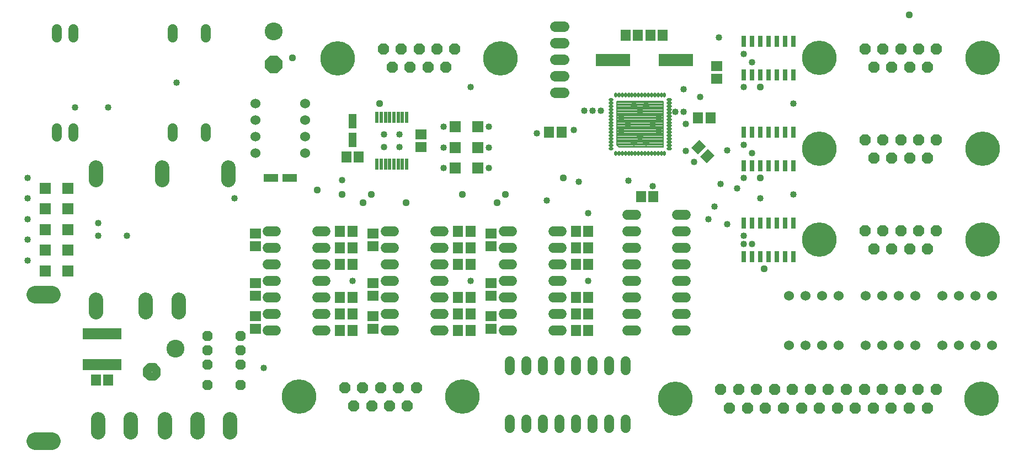
<source format=gts>
G75*
%MOIN*%
%OFA0B0*%
%FSLAX25Y25*%
%IPPOS*%
%LPD*%
%AMOC8*
5,1,8,0,0,1.08239X$1,22.5*
%
%ADD10R,0.23200X0.07100*%
%ADD11R,0.05918X0.06706*%
%ADD12C,0.10800*%
%ADD13C,0.02160*%
%ADD14C,0.08600*%
%ADD15R,0.06706X0.06706*%
%ADD16OC8,0.10800*%
%ADD17C,0.06000*%
%ADD18R,0.06706X0.05918*%
%ADD19R,0.02375X0.06706*%
%ADD20R,0.04737X0.08674*%
%ADD21OC8,0.06800*%
%ADD22C,0.20800*%
%ADD23C,0.01902*%
%ADD24C,0.00800*%
%ADD25C,0.06400*%
%ADD26R,0.20800X0.07800*%
%ADD27OC8,0.06146*%
%ADD28C,0.06000*%
%ADD29R,0.08674X0.04737*%
%ADD30C,0.10800*%
%ADD31R,0.03162X0.06706*%
%ADD32C,0.04000*%
%ADD33C,0.04400*%
D10*
X0221750Y0096200D03*
X0221750Y0114800D03*
D11*
X0218010Y0086750D03*
X0225490Y0086750D03*
X0365510Y0116750D03*
X0372990Y0116750D03*
X0372990Y0126750D03*
X0365510Y0126750D03*
X0365510Y0136750D03*
X0372990Y0136750D03*
X0372990Y0156750D03*
X0365510Y0156750D03*
X0365510Y0166750D03*
X0372990Y0166750D03*
X0372990Y0176750D03*
X0365510Y0176750D03*
X0436760Y0176750D03*
X0444240Y0176750D03*
X0444240Y0166750D03*
X0436760Y0166750D03*
X0436760Y0156750D03*
X0444240Y0156750D03*
X0444240Y0136750D03*
X0436760Y0136750D03*
X0436760Y0126750D03*
X0444240Y0126750D03*
X0444240Y0116750D03*
X0436760Y0116750D03*
X0508010Y0116750D03*
X0515490Y0116750D03*
X0515490Y0126750D03*
X0508010Y0126750D03*
X0508010Y0136750D03*
X0515490Y0136750D03*
X0515490Y0156750D03*
X0508010Y0156750D03*
X0508010Y0166750D03*
X0515490Y0166750D03*
X0515490Y0176750D03*
X0508010Y0176750D03*
X0547278Y0197750D03*
X0554758Y0197750D03*
G36*
X0587657Y0227071D02*
X0591842Y0222886D01*
X0587101Y0218145D01*
X0582916Y0222330D01*
X0587657Y0227071D01*
G37*
G36*
X0582368Y0232360D02*
X0586553Y0228175D01*
X0581812Y0223434D01*
X0577627Y0227619D01*
X0582368Y0232360D01*
G37*
X0581760Y0245700D03*
X0589240Y0245700D03*
X0499240Y0236750D03*
X0491760Y0236750D03*
X0376740Y0221750D03*
X0369260Y0221750D03*
X0538010Y0295500D03*
X0545490Y0295500D03*
X0553010Y0295500D03*
X0560490Y0295500D03*
D12*
X0325500Y0298000D03*
X0265955Y0105955D03*
D13*
X0248574Y0091104D02*
X0247494Y0090024D01*
X0247494Y0093602D01*
X0250024Y0096132D01*
X0253602Y0096132D01*
X0256132Y0093602D01*
X0256132Y0090024D01*
X0253602Y0087494D01*
X0250024Y0087494D01*
X0247494Y0090024D01*
X0249114Y0090695D01*
X0249114Y0092931D01*
X0250695Y0094512D01*
X0252931Y0094512D01*
X0254512Y0092931D01*
X0254512Y0090695D01*
X0252931Y0089114D01*
X0250695Y0089114D01*
X0249114Y0090695D01*
X0250734Y0091366D01*
X0250734Y0092260D01*
X0251366Y0092892D01*
X0252260Y0092892D01*
X0252892Y0092260D01*
X0252892Y0091366D01*
X0252260Y0090734D01*
X0251366Y0090734D01*
X0250734Y0091366D01*
D14*
X0259550Y0063150D02*
X0259550Y0055350D01*
X0279250Y0055350D02*
X0279250Y0063150D01*
X0298950Y0063150D02*
X0298950Y0055350D01*
X0239150Y0055350D02*
X0239150Y0063150D01*
X0219350Y0063150D02*
X0219350Y0055350D01*
X0218000Y0127850D02*
X0218000Y0135650D01*
X0248000Y0135650D02*
X0248000Y0127850D01*
X0268000Y0127850D02*
X0268000Y0135650D01*
X0258000Y0207850D02*
X0258000Y0215650D01*
X0218000Y0215650D02*
X0218000Y0207850D01*
X0298000Y0207850D02*
X0298000Y0215650D01*
D15*
X0201140Y0203000D03*
X0187360Y0203000D03*
X0187360Y0190500D03*
X0201140Y0190500D03*
X0201140Y0178000D03*
X0187360Y0178000D03*
X0187360Y0165500D03*
X0201140Y0165500D03*
X0201140Y0153000D03*
X0187360Y0153000D03*
X0434860Y0215125D03*
X0448640Y0215125D03*
X0448640Y0227625D03*
X0434860Y0227625D03*
X0434860Y0240125D03*
X0448640Y0240125D03*
D16*
X0325500Y0278000D03*
D17*
X0284250Y0294150D02*
X0284250Y0299350D01*
X0264250Y0299350D02*
X0264250Y0294150D01*
X0204250Y0294150D02*
X0204250Y0299350D01*
X0194250Y0299350D02*
X0194250Y0294150D01*
X0194250Y0239350D02*
X0194250Y0234150D01*
X0204250Y0234150D02*
X0204250Y0239350D01*
X0264250Y0239350D02*
X0264250Y0234150D01*
X0284250Y0234150D02*
X0284250Y0239350D01*
X0321650Y0176750D02*
X0326850Y0176750D01*
X0326850Y0166750D02*
X0321650Y0166750D01*
X0321650Y0156750D02*
X0326850Y0156750D01*
X0351650Y0156750D02*
X0356850Y0156750D01*
X0356850Y0146750D02*
X0351650Y0146750D01*
X0351650Y0136750D02*
X0356850Y0136750D01*
X0356850Y0126750D02*
X0351650Y0126750D01*
X0326850Y0126750D02*
X0321650Y0126750D01*
X0321650Y0116750D02*
X0326850Y0116750D01*
X0351650Y0116750D02*
X0356850Y0116750D01*
X0392900Y0116750D02*
X0398100Y0116750D01*
X0398100Y0126750D02*
X0392900Y0126750D01*
X0392900Y0136750D02*
X0398100Y0136750D01*
X0398100Y0146750D02*
X0392900Y0146750D01*
X0392900Y0156750D02*
X0398100Y0156750D01*
X0398100Y0166750D02*
X0392900Y0166750D01*
X0392900Y0176750D02*
X0398100Y0176750D01*
X0422900Y0176750D02*
X0428100Y0176750D01*
X0428100Y0166750D02*
X0422900Y0166750D01*
X0422900Y0156750D02*
X0428100Y0156750D01*
X0428100Y0146750D02*
X0422900Y0146750D01*
X0422900Y0136750D02*
X0428100Y0136750D01*
X0428100Y0126750D02*
X0422900Y0126750D01*
X0422900Y0116750D02*
X0428100Y0116750D01*
X0464268Y0116750D02*
X0469468Y0116750D01*
X0469468Y0126750D02*
X0464268Y0126750D01*
X0464268Y0136750D02*
X0469468Y0136750D01*
X0469468Y0146750D02*
X0464268Y0146750D01*
X0464268Y0156750D02*
X0469468Y0156750D01*
X0469468Y0166750D02*
X0464268Y0166750D01*
X0464268Y0176750D02*
X0469468Y0176750D01*
X0494268Y0176750D02*
X0499468Y0176750D01*
X0499468Y0166750D02*
X0494268Y0166750D01*
X0494268Y0156750D02*
X0499468Y0156750D01*
X0499468Y0146750D02*
X0494268Y0146750D01*
X0494268Y0136750D02*
X0499468Y0136750D01*
X0499468Y0126750D02*
X0494268Y0126750D01*
X0494268Y0116750D02*
X0499468Y0116750D01*
X0539150Y0116750D02*
X0544350Y0116750D01*
X0544350Y0126750D02*
X0539150Y0126750D01*
X0539150Y0136750D02*
X0544350Y0136750D01*
X0544350Y0146750D02*
X0539150Y0146750D01*
X0539150Y0156750D02*
X0544350Y0156750D01*
X0544350Y0166750D02*
X0539150Y0166750D01*
X0539150Y0176750D02*
X0544350Y0176750D01*
X0544350Y0186750D02*
X0539150Y0186750D01*
X0569150Y0186750D02*
X0574350Y0186750D01*
X0574350Y0176750D02*
X0569150Y0176750D01*
X0569150Y0166750D02*
X0574350Y0166750D01*
X0574350Y0156750D02*
X0569150Y0156750D01*
X0569150Y0146750D02*
X0574350Y0146750D01*
X0574350Y0136750D02*
X0569150Y0136750D01*
X0569150Y0126750D02*
X0574350Y0126750D01*
X0574350Y0116750D02*
X0569150Y0116750D01*
X0537985Y0098200D02*
X0537985Y0093000D01*
X0527985Y0093000D02*
X0527985Y0098200D01*
X0517985Y0098200D02*
X0517985Y0093000D01*
X0507985Y0093000D02*
X0507985Y0098200D01*
X0497985Y0098200D02*
X0497985Y0093000D01*
X0487985Y0093000D02*
X0487985Y0098200D01*
X0477985Y0098200D02*
X0477985Y0093000D01*
X0467985Y0093000D02*
X0467985Y0098200D01*
X0467985Y0063000D02*
X0467985Y0057800D01*
X0477985Y0057800D02*
X0477985Y0063000D01*
X0487985Y0063000D02*
X0487985Y0057800D01*
X0497985Y0057800D02*
X0497985Y0063000D01*
X0507985Y0063000D02*
X0507985Y0057800D01*
X0517985Y0057800D02*
X0517985Y0063000D01*
X0527985Y0063000D02*
X0527985Y0057800D01*
X0537985Y0057800D02*
X0537985Y0063000D01*
X0326850Y0136750D02*
X0321650Y0136750D01*
X0321650Y0146750D02*
X0326850Y0146750D01*
X0351650Y0166750D02*
X0356850Y0166750D01*
X0356850Y0176750D02*
X0351650Y0176750D01*
D18*
X0314250Y0175490D03*
X0314250Y0168010D03*
X0314250Y0145490D03*
X0314250Y0138010D03*
X0314250Y0125490D03*
X0314250Y0118010D03*
X0385500Y0118010D03*
X0385500Y0125490D03*
X0385500Y0138010D03*
X0385500Y0145490D03*
X0385500Y0168010D03*
X0385500Y0175490D03*
X0456750Y0175490D03*
X0456750Y0168010D03*
X0456750Y0145490D03*
X0456750Y0138010D03*
X0456750Y0125490D03*
X0456750Y0118010D03*
X0414250Y0228010D03*
X0414250Y0235490D03*
X0593000Y0269260D03*
X0593000Y0276740D03*
D19*
X0405707Y0246022D03*
X0403148Y0246022D03*
X0400589Y0246022D03*
X0398030Y0246022D03*
X0395470Y0246022D03*
X0392911Y0246022D03*
X0390352Y0246022D03*
X0387793Y0246022D03*
X0387793Y0217478D03*
X0390352Y0217478D03*
X0392911Y0217478D03*
X0395470Y0217478D03*
X0398030Y0217478D03*
X0400589Y0217478D03*
X0403148Y0217478D03*
X0405707Y0217478D03*
D20*
X0373000Y0232390D03*
X0373000Y0243610D03*
D21*
X0396997Y0276107D03*
X0407797Y0276107D03*
X0418597Y0276107D03*
X0429397Y0276107D03*
X0423997Y0287307D03*
X0413197Y0287307D03*
X0402397Y0287307D03*
X0391597Y0287307D03*
X0434797Y0287307D03*
X0682635Y0287350D03*
X0693435Y0287350D03*
X0704235Y0287350D03*
X0715035Y0287350D03*
X0725835Y0287350D03*
X0720435Y0276150D03*
X0709635Y0276150D03*
X0698835Y0276150D03*
X0688035Y0276150D03*
X0682635Y0232350D03*
X0693435Y0232350D03*
X0704235Y0232350D03*
X0715035Y0232350D03*
X0725835Y0232350D03*
X0720435Y0221150D03*
X0709635Y0221150D03*
X0698835Y0221150D03*
X0688035Y0221150D03*
X0682635Y0177350D03*
X0693435Y0177350D03*
X0704235Y0177350D03*
X0715035Y0177350D03*
X0725835Y0177350D03*
X0720435Y0166150D03*
X0709635Y0166150D03*
X0698835Y0166150D03*
X0688035Y0166150D03*
X0693085Y0081100D03*
X0682185Y0081100D03*
X0671385Y0081100D03*
X0660485Y0081100D03*
X0649585Y0081100D03*
X0638785Y0081100D03*
X0627885Y0081100D03*
X0616985Y0081100D03*
X0606185Y0081100D03*
X0595285Y0081100D03*
X0600685Y0069900D03*
X0611585Y0069900D03*
X0622485Y0069900D03*
X0633285Y0069900D03*
X0644185Y0069900D03*
X0655085Y0069900D03*
X0665885Y0069900D03*
X0676785Y0069900D03*
X0687685Y0069900D03*
X0698485Y0069900D03*
X0709385Y0069900D03*
X0720285Y0069900D03*
X0725685Y0081100D03*
X0714785Y0081100D03*
X0703985Y0081100D03*
X0411539Y0082350D03*
X0400739Y0082350D03*
X0389939Y0082350D03*
X0379139Y0082350D03*
X0368339Y0082350D03*
X0373739Y0071150D03*
X0384539Y0071150D03*
X0395339Y0071150D03*
X0406139Y0071150D03*
D22*
X0439239Y0076750D03*
X0340639Y0076750D03*
X0567885Y0075500D03*
X0753085Y0075500D03*
X0753535Y0171750D03*
X0654935Y0171750D03*
X0654935Y0226750D03*
X0753535Y0226750D03*
X0753535Y0281750D03*
X0654935Y0281750D03*
X0462497Y0281707D03*
X0363897Y0281707D03*
D23*
X0528593Y0256514D02*
X0529655Y0256514D01*
X0529655Y0254545D02*
X0528593Y0254545D01*
X0528593Y0252577D02*
X0529655Y0252577D01*
X0529655Y0250608D02*
X0528593Y0250608D01*
X0528593Y0248640D02*
X0529655Y0248640D01*
X0529655Y0246671D02*
X0528593Y0246671D01*
X0528593Y0244703D02*
X0529655Y0244703D01*
X0529655Y0242734D02*
X0528593Y0242734D01*
X0528593Y0240766D02*
X0529655Y0240766D01*
X0529655Y0238797D02*
X0528593Y0238797D01*
X0528593Y0236829D02*
X0529655Y0236829D01*
X0529655Y0234860D02*
X0528593Y0234860D01*
X0528593Y0232892D02*
X0529655Y0232892D01*
X0529655Y0230923D02*
X0528593Y0230923D01*
X0528593Y0228955D02*
X0529655Y0228955D01*
X0529655Y0226986D02*
X0528593Y0226986D01*
X0531986Y0224655D02*
X0531986Y0223593D01*
X0533955Y0223593D02*
X0533955Y0224655D01*
X0535923Y0224655D02*
X0535923Y0223593D01*
X0537892Y0223593D02*
X0537892Y0224655D01*
X0539860Y0224655D02*
X0539860Y0223593D01*
X0541829Y0223593D02*
X0541829Y0224655D01*
X0543797Y0224655D02*
X0543797Y0223593D01*
X0545766Y0223593D02*
X0545766Y0224655D01*
X0547734Y0224655D02*
X0547734Y0223593D01*
X0549703Y0223593D02*
X0549703Y0224655D01*
X0551671Y0224655D02*
X0551671Y0223593D01*
X0553640Y0223593D02*
X0553640Y0224655D01*
X0555608Y0224655D02*
X0555608Y0223593D01*
X0557577Y0223593D02*
X0557577Y0224655D01*
X0559545Y0224655D02*
X0559545Y0223593D01*
X0561514Y0223593D02*
X0561514Y0224655D01*
X0563845Y0226986D02*
X0564907Y0226986D01*
X0564907Y0228955D02*
X0563845Y0228955D01*
X0563845Y0230923D02*
X0564907Y0230923D01*
X0564907Y0232892D02*
X0563845Y0232892D01*
X0563845Y0234860D02*
X0564907Y0234860D01*
X0564907Y0236829D02*
X0563845Y0236829D01*
X0563845Y0238797D02*
X0564907Y0238797D01*
X0564907Y0240766D02*
X0563845Y0240766D01*
X0563845Y0242734D02*
X0564907Y0242734D01*
X0564907Y0244703D02*
X0563845Y0244703D01*
X0563845Y0246671D02*
X0564907Y0246671D01*
X0564907Y0248640D02*
X0563845Y0248640D01*
X0563845Y0250608D02*
X0564907Y0250608D01*
X0564907Y0252577D02*
X0563845Y0252577D01*
X0563845Y0254545D02*
X0564907Y0254545D01*
X0564907Y0256514D02*
X0563845Y0256514D01*
X0561514Y0258845D02*
X0561514Y0259907D01*
X0559545Y0259907D02*
X0559545Y0258845D01*
X0557577Y0258845D02*
X0557577Y0259907D01*
X0555608Y0259907D02*
X0555608Y0258845D01*
X0553640Y0258845D02*
X0553640Y0259907D01*
X0551671Y0259907D02*
X0551671Y0258845D01*
X0549703Y0258845D02*
X0549703Y0259907D01*
X0547734Y0259907D02*
X0547734Y0258845D01*
X0545766Y0258845D02*
X0545766Y0259907D01*
X0543797Y0259907D02*
X0543797Y0258845D01*
X0541829Y0258845D02*
X0541829Y0259907D01*
X0539860Y0259907D02*
X0539860Y0258845D01*
X0537892Y0258845D02*
X0537892Y0259907D01*
X0535923Y0259907D02*
X0535923Y0258845D01*
X0533955Y0258845D02*
X0533955Y0259907D01*
X0531986Y0259907D02*
X0531986Y0258845D01*
D24*
X0532774Y0255726D02*
X0560726Y0255726D01*
X0560726Y0227774D01*
X0534152Y0227774D01*
X0532774Y0229152D01*
X0532774Y0255726D01*
X0532774Y0255542D02*
X0560726Y0255542D01*
X0560726Y0254744D02*
X0532774Y0254744D01*
X0532774Y0253945D02*
X0560726Y0253945D01*
X0560726Y0253147D02*
X0532774Y0253147D01*
X0532774Y0252348D02*
X0560726Y0252348D01*
X0560726Y0251550D02*
X0532774Y0251550D01*
X0532774Y0250751D02*
X0560726Y0250751D01*
X0560726Y0249953D02*
X0532774Y0249953D01*
X0532774Y0249154D02*
X0560726Y0249154D01*
X0560726Y0248355D02*
X0532774Y0248355D01*
X0532774Y0247557D02*
X0560726Y0247557D01*
X0560726Y0246758D02*
X0532774Y0246758D01*
X0532774Y0245960D02*
X0560726Y0245960D01*
X0560726Y0245161D02*
X0532774Y0245161D01*
X0532774Y0244363D02*
X0560726Y0244363D01*
X0560726Y0243564D02*
X0532774Y0243564D01*
X0532774Y0242766D02*
X0560726Y0242766D01*
X0560726Y0241967D02*
X0532774Y0241967D01*
X0532774Y0241169D02*
X0560726Y0241169D01*
X0560726Y0240370D02*
X0532774Y0240370D01*
X0532774Y0239572D02*
X0560726Y0239572D01*
X0560726Y0238773D02*
X0532774Y0238773D01*
X0532774Y0237975D02*
X0560726Y0237975D01*
X0560726Y0237176D02*
X0532774Y0237176D01*
X0532774Y0236378D02*
X0560726Y0236378D01*
X0560726Y0235579D02*
X0532774Y0235579D01*
X0532774Y0234781D02*
X0560726Y0234781D01*
X0560726Y0233982D02*
X0532774Y0233982D01*
X0532774Y0233184D02*
X0560726Y0233184D01*
X0560726Y0232385D02*
X0532774Y0232385D01*
X0532774Y0231587D02*
X0560726Y0231587D01*
X0560726Y0230788D02*
X0532774Y0230788D01*
X0532774Y0229990D02*
X0560726Y0229990D01*
X0560726Y0229191D02*
X0532774Y0229191D01*
X0533532Y0228393D02*
X0560726Y0228393D01*
D25*
X0500800Y0260750D02*
X0495200Y0260750D01*
X0495200Y0270750D02*
X0500800Y0270750D01*
X0500800Y0280750D02*
X0495200Y0280750D01*
X0495200Y0290750D02*
X0500800Y0290750D01*
X0500800Y0300750D02*
X0495200Y0300750D01*
D26*
X0530250Y0280500D03*
X0568250Y0280500D03*
D27*
X0305500Y0113671D03*
X0285500Y0113671D03*
X0285500Y0105010D03*
X0285500Y0096348D03*
X0305500Y0096348D03*
X0305500Y0105010D03*
X0305500Y0083750D03*
X0285500Y0083750D03*
D28*
X0636735Y0108000D03*
X0646735Y0108000D03*
X0656735Y0108000D03*
X0666735Y0108000D03*
X0682985Y0108000D03*
X0692985Y0108000D03*
X0702985Y0108000D03*
X0712985Y0108000D03*
X0729235Y0108000D03*
X0739235Y0108000D03*
X0749235Y0108000D03*
X0759235Y0108000D03*
X0759235Y0138000D03*
X0749235Y0138000D03*
X0739235Y0138000D03*
X0729235Y0138000D03*
X0712985Y0138000D03*
X0702985Y0138000D03*
X0692985Y0138000D03*
X0682985Y0138000D03*
X0666735Y0138000D03*
X0656735Y0138000D03*
X0646735Y0138000D03*
X0636735Y0138000D03*
X0344250Y0224250D03*
X0344250Y0234250D03*
X0344250Y0244250D03*
X0344250Y0254250D03*
X0314250Y0254250D03*
X0314250Y0244250D03*
X0314250Y0234250D03*
X0314250Y0224250D03*
D29*
X0323640Y0209250D03*
X0334860Y0209250D03*
D30*
X0191250Y0049950D02*
X0181250Y0049950D01*
X0181250Y0138550D02*
X0191250Y0138550D01*
D31*
X0609235Y0161514D03*
X0614235Y0161514D03*
X0619235Y0161514D03*
X0624235Y0161514D03*
X0629235Y0161514D03*
X0634235Y0161514D03*
X0639235Y0161514D03*
X0639235Y0181986D03*
X0634235Y0181986D03*
X0629235Y0181986D03*
X0624235Y0181986D03*
X0619235Y0181986D03*
X0614235Y0181986D03*
X0609235Y0181986D03*
X0609235Y0216514D03*
X0614235Y0216514D03*
X0619235Y0216514D03*
X0624235Y0216514D03*
X0629235Y0216514D03*
X0634235Y0216514D03*
X0639235Y0216514D03*
X0639235Y0236986D03*
X0634235Y0236986D03*
X0629235Y0236986D03*
X0624235Y0236986D03*
X0619235Y0236986D03*
X0614235Y0236986D03*
X0609235Y0236986D03*
X0609235Y0271514D03*
X0614235Y0271514D03*
X0619235Y0271514D03*
X0624235Y0271514D03*
X0629235Y0271514D03*
X0634235Y0271514D03*
X0639235Y0271514D03*
X0639235Y0291986D03*
X0634235Y0291986D03*
X0629235Y0291986D03*
X0624235Y0291986D03*
X0619235Y0291986D03*
X0614235Y0291986D03*
X0609235Y0291986D03*
D32*
X0609250Y0284250D03*
X0614250Y0279250D03*
X0609250Y0264250D03*
X0583089Y0258250D03*
X0573000Y0263000D03*
X0550500Y0253000D03*
X0546750Y0249250D03*
X0543000Y0253000D03*
X0535500Y0245500D03*
X0539250Y0241750D03*
X0535500Y0238000D03*
X0546750Y0234250D03*
X0543000Y0230500D03*
X0550500Y0230500D03*
X0558000Y0238000D03*
X0554250Y0241750D03*
X0558000Y0245500D03*
X0568000Y0249350D03*
X0573000Y0249250D03*
X0574250Y0241950D03*
X0574250Y0225500D03*
X0579250Y0218800D03*
X0599250Y0226000D03*
X0609235Y0229250D03*
X0614235Y0224250D03*
X0609235Y0209250D03*
X0605500Y0203000D03*
X0595500Y0205500D03*
X0619235Y0196750D03*
X0639235Y0199250D03*
X0599250Y0181136D03*
X0588000Y0184250D03*
X0591750Y0191750D03*
X0609235Y0174250D03*
X0609235Y0169250D03*
X0614235Y0169250D03*
X0554250Y0204250D03*
X0539750Y0207500D03*
X0509750Y0206750D03*
X0490500Y0195500D03*
X0515490Y0188050D03*
X0455500Y0215125D03*
X0428000Y0215125D03*
X0428000Y0227625D03*
X0401281Y0228040D03*
X0391953Y0228040D03*
X0391953Y0235514D03*
X0401281Y0235492D03*
X0428000Y0240125D03*
X0455500Y0240125D03*
X0455500Y0227625D03*
X0484250Y0236375D03*
X0506750Y0238266D03*
X0513000Y0249750D03*
X0518000Y0249750D03*
X0523000Y0249750D03*
X0444250Y0264250D03*
X0366750Y0208000D03*
X0301750Y0196750D03*
X0236750Y0174250D03*
X0219250Y0174250D03*
X0219250Y0181750D03*
X0176750Y0184250D03*
X0176750Y0171750D03*
X0176750Y0159250D03*
X0176750Y0196750D03*
X0176750Y0209250D03*
X0205500Y0251750D03*
X0225500Y0251750D03*
X0266750Y0266750D03*
X0373000Y0146750D03*
X0444250Y0146750D03*
X0515490Y0146740D03*
X0319250Y0094250D03*
X0639235Y0254250D03*
X0594250Y0294250D03*
D33*
X0619250Y0264250D03*
X0709250Y0308000D03*
X0619235Y0209250D03*
X0500500Y0209250D03*
X0465500Y0199250D03*
X0460500Y0194250D03*
X0439250Y0199250D03*
X0405500Y0194250D03*
X0384250Y0199250D03*
X0379250Y0194250D03*
X0366750Y0199250D03*
X0351750Y0201750D03*
X0389250Y0254250D03*
X0336750Y0281750D03*
X0621735Y0154250D03*
M02*

</source>
